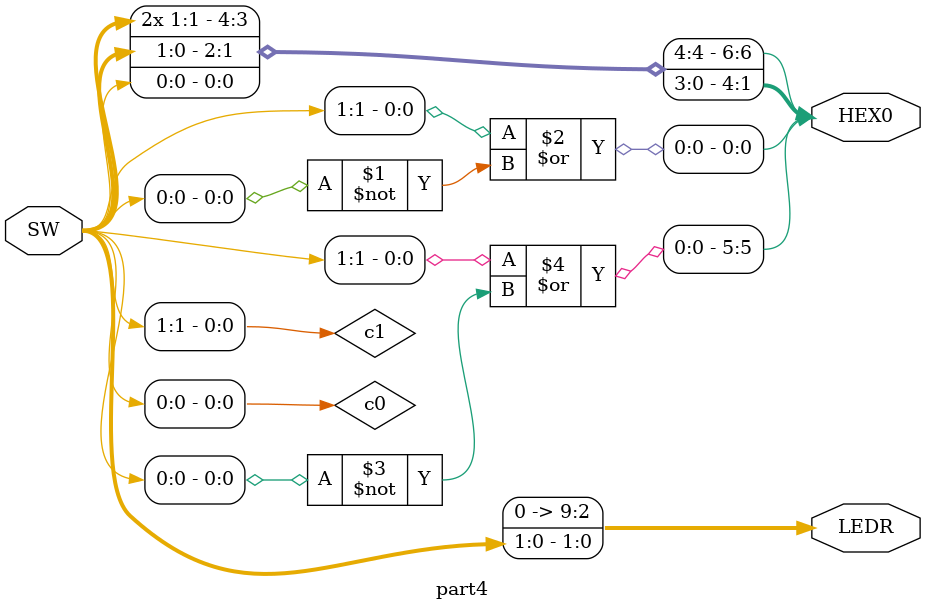
<source format=v>
module part4(SW, LEDR, HEX0);
    input [1:0] SW; // two input switches
    output [9:0] LEDR; // leds
    output [6:0] HEX0; // 7 seg display
    wire c0, c1; // internal wire to store input bits
    
    assign c1 = SW[1];
    assign c0 = SW[0];
    
    assign HEX0[0] = c1 | ~c0;
    assign HEX0[1] = c0;
    assign HEX0[2] = c0;
    assign HEX0[3] = c1;
    assign HEX0[4] = c1;
    assign HEX0[5] = c1 | ~c0;
    assign HEX0[6] = c1;

    assign LEDR = SW;
endmodule
</source>
